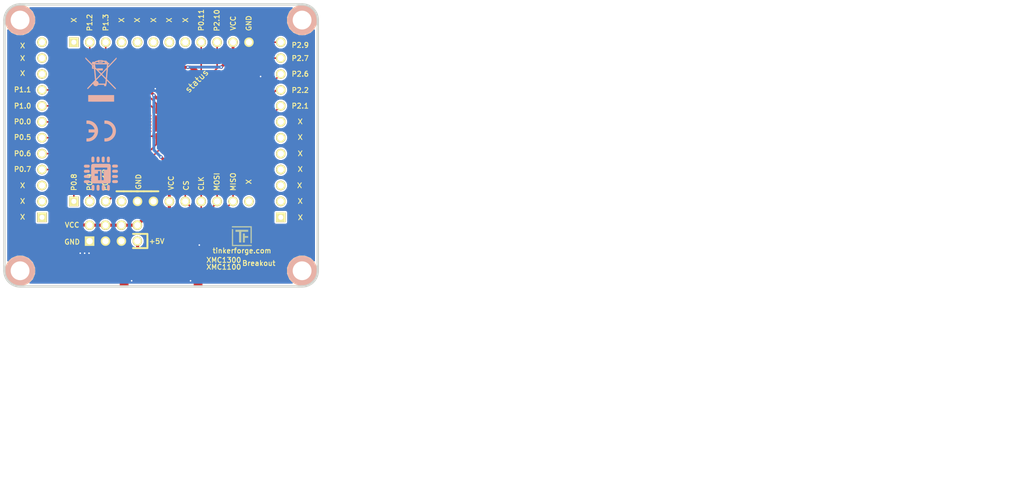
<source format=kicad_pcb>
(kicad_pcb (version 4) (host pcbnew 4.0.2+dfsg1-stable)
  (title_block (title "XMC1400 Breakout Board") (date 2017-02-07) (rev 1.0) (company "Tinkerforge GmbH") (comment 1 "Licensed under CERN OHL v.1.1") (comment 2 "Copyright (©) 2017, B.Nordmeyer <bastian@tinkerforge.com>"))
  (layers (0 Vorderseite signal) (31 Rückseite signal hide) (34 B.Paste user) (35 F.Paste user) (36 B.SilkS user) (37 F.SilkS user) (38 B.Mask user) (39 F.Mask user) (44 Edge.Cuts user))
  (net 0 "")
  (net 1 GND)
  (net 2 VCC)
  (net 3 "Net-(D3-Pad2)")
  (net 4 S-MISO)
  (net 5 S-MOSI)
  (net 6 S-CLK)
  (net 7 S-CS)
  (net 8 Pin13)
  (net 9 Pin14)
  (net 10 Pin15)
  (net 11 Pin16)
  (net 12 Pin21)
  (net 13 Pin22)
  (net 14 Pin1)
  (net 15 Pin12)
  (net 16 Pin11)
  (net 17 Pin10)
  (net 18 Pin9)
  (net 19 Pin8)
  (net 20 Pin7)
  (net 21 Pin6)
  (net 22 Pin5)
  (net 23 Pin4)
  (net 24 Pin3)
  (net 25 Pin2)
  (net 26 Pin48)
  (net 27 Pin39)
  (net 28 Pin40)
  (net 29 Pin43)
  (net 30 Pin44)
  (net 31 Pin45)
  (net 32 Pin46)
  (net 33 Pin47)
  (net 34 Pin41)
  (net 35 Pin42)
  (net 36 Pin29)
  (net 37 Pin30)
  (net 38 Pin31)
  (net 39 Pin32)
  (net 40 Pin33)
  (net 41 Pin34)
  (net 42 Pin35)
  (net 43 Pin36)
  (net 44 Pin26)
  (net 45 +5V)
  (net 46 "Net-(C3-Pad2)")
  (net 47 "Net-(P1-Pad4)")
  (net 48 "Net-(P1-Pad5)")
  (net 49 "Net-(P1-Pad6)")
  (net 50 "Net-(P6-Pad3)")
  (net 51 "Net-(P6-Pad4)")
  (module kicad-libraries:SolderJumper (layer Vorderseite) (at 161.175 95.675 270)
    (fp_text reference P2)
    (fp_text value BOOT)
    (pad 2 smd rect (at 0.55 0 270) (size 0.3 1.4) (layers Vorderseite F.Mask) (net 41 Pin34))
    (pad 2 smd rect (at 0.15 0 270) (size 0.6 0.5) (layers Vorderseite F.Mask) (net 41 Pin34))
    (pad 1 smd rect (at -0.5 0 270) (size 0.4 1.4) (layers Vorderseite F.Mask) (net 1 GND))
    (pad 1 smd rect (at -0.225 0.55 270) (size 0.95 0.3) (layers Vorderseite F.Mask) (net 1 GND))
    (pad 1 smd rect (at -0.225 -0.55 270) (size 0.95 0.3) (layers Vorderseite F.Mask) (net 1 GND))
  )
  (module kicad-libraries:Logo_CoMCU (layer Rückseite) (at 135.7 110.1 180)
    (fp_text reference G*** hide)
    (fp_text value LOGO hide)
  )
  (module kicad-libraries:Fiducial_Mark (layer Vorderseite) (at 131 93)
    (fp_text reference Fiducial_Mark hide)
    (fp_text value VAL** hide)
    (pad 1 smd circle (at 0 0) (size 1.00076 1.00076) (layers Vorderseite F.Paste F.Mask) (clearance 0.65024))
  )
  (module kicad-libraries:Fiducial_Mark (layer Vorderseite) (at 163 86)
    (fp_text reference Fiducial_Mark hide)
    (fp_text value VAL** hide)
    (pad 1 smd circle (at 0 0) (size 1.00076 1.00076) (layers Vorderseite F.Paste F.Mask) (clearance 0.65024))
  )
  (module kicad-libraries:Fiducial_Mark (layer Vorderseite) (at 128 120)
    (fp_text reference Fiducial_Mark hide)
    (fp_text value VAL** hide)
    (pad 1 smd circle (at 0 0) (size 1.00076 1.00076) (layers Vorderseite F.Paste F.Mask) (clearance 0.65024))
  )
  (module kicad-libraries:CE_5mm (layer Rückseite) (at 135.7 103.3 180)
    (fp_text reference VAL hide)
    (fp_text value CE_5mm hide)
  )
  (module kicad-libraries:WEEE_7mm_back (layer Rückseite) (at 135.7 95.1)
    (fp_text reference VAL hide)
    (fp_text value WEEE_7mm_back hide)
  )
  (module kicad-libraries:Logo_31x31 (layer Vorderseite) (at 156.6 118.5)
    (fp_text reference G*** hide)
    (fp_text value Logo_31x31 hide)
  )
  (module C0603F (layer Vorderseite) (at 137.5 124.6 270)
    (fp_text reference C1)
    (fp_text value 10uF)
    (pad 1 smd rect (at -0.75 0 270) (size 0.9 0.9) (layers Vorderseite F.Paste F.Mask) (net 1 GND))
    (pad 2 smd rect (at 0.75 0 270) (size 0.9 0.9) (layers Vorderseite F.Paste F.Mask) (net 2 VCC))
  )
  (module C0603F (layer Vorderseite) (at 133.1 124.6 270)
    (fp_text reference C2)
    (fp_text value 1uF)
    (pad 1 smd rect (at -0.75 0 270) (size 0.9 0.9) (layers Vorderseite F.Paste F.Mask) (net 1 GND))
    (pad 2 smd rect (at 0.75 0 270) (size 0.9 0.9) (layers Vorderseite F.Paste F.Mask) (net 2 VCC))
  )
  (module D0603E (layer Vorderseite) (at 149.95 94.3 225)
    (fp_text reference D3)
    (fp_text value blue)
    (pad 1 smd rect (at -0.8501 0 225) (size 1.1 1) (layers Vorderseite F.Paste F.Mask) (net 2 VCC))
    (pad 2 smd rect (at 0.8501 0 225) (size 1.1 1) (layers Vorderseite F.Paste F.Mask) (net 3 "Net-(D3-Pad2)"))
  )
  (module CON-SENSOR2 (layer Vorderseite) (at 145.3 128.1)
    (fp_text reference P1)
    (fp_text value CON-SENSOR2)
    (pad 1 smd rect (at -3.75 -4.6) (size 0.6 1.8) (layers Vorderseite F.Paste F.Mask) (net 45 +5V))
    (pad 2 smd rect (at -2.5 -4.6) (size 0.6 1.8) (layers Vorderseite F.Paste F.Mask) (net 1 GND))
    (pad EP smd rect (at -5.9 -1.2) (size 1.4 2.4) (layers Vorderseite F.Paste F.Mask) (net 1 GND))
    (pad EP smd rect (at 5.9 -1.2) (size 1.4 2.4) (layers Vorderseite F.Paste F.Mask) (net 1 GND))
    (pad 3 smd rect (at -1.25 -4.6) (size 0.6 1.8) (layers Vorderseite F.Paste F.Mask) (net 2 VCC))
    (pad 4 smd rect (at 0 -4.6) (size 0.6 1.8) (layers Vorderseite F.Paste F.Mask) (net 47 "Net-(P1-Pad4)"))
    (pad 5 smd rect (at 1.25 -4.6) (size 0.6 1.8) (layers Vorderseite F.Paste F.Mask) (net 48 "Net-(P1-Pad5)"))
    (pad 6 smd rect (at 2.5 -4.6) (size 0.6 1.8) (layers Vorderseite F.Paste F.Mask) (net 49 "Net-(P1-Pad6)"))
    (pad 7 smd rect (at 3.75 -4.6) (size 0.6 1.8) (layers Vorderseite F.Paste F.Mask) (net 46 "Net-(C3-Pad2)"))
  )
  (module R0603F (layer Vorderseite) (at 147.8 96.475 45)
    (fp_text reference R1)
    (fp_text value 1k)
    (pad 1 smd rect (at -0.75 0 45) (size 0.9 0.9) (layers Vorderseite F.Paste F.Mask) (net 28 Pin40))
    (pad 2 smd rect (at 0.75 0 45) (size 0.9 0.9) (layers Vorderseite F.Paste F.Mask) (net 3 "Net-(D3-Pad2)"))
  )
  (module DRILL_NP (layer Vorderseite) (at 122.8 85.6 270)
    (fp_text reference U2 hide)
    (fp_text value DRILL hide)
    (pad "" np_thru_hole circle (at 0 0 270) (size 2.99974 2.99974) (drill 2.99974) (layers *.Cu *.Mask F.SilkS) (clearance 0.89916))
  )
  (module DRILL_NP (layer Vorderseite) (at 122.8 125.6 90)
    (fp_text reference U3 hide)
    (fp_text value DRILL hide)
    (pad "" np_thru_hole circle (at 0 0 90) (size 2.99974 2.99974) (drill 2.99974) (layers *.Cu *.Mask F.SilkS) (clearance 0.89916))
  )
  (module DRILL_NP (layer Vorderseite) (at 167.8 125.6 90)
    (fp_text reference U4 hide)
    (fp_text value DRILL hide)
    (pad "" np_thru_hole circle (at 0 0 90) (size 2.99974 2.99974) (drill 2.99974) (layers *.Cu *.Mask F.SilkS) (clearance 0.89916))
  )
  (module DRILL_NP (layer Vorderseite) (at 167.8 85.6)
    (fp_text reference U5 hide)
    (fp_text value DRILL hide)
    (pad "" np_thru_hole circle (at 0 0) (size 2.99974 2.99974) (drill 2.99974) (layers *.Cu *.Mask F.SilkS) (clearance 0.89916))
  )
  (module kicad-libraries:pin_array_12 (layer Vorderseite) (at 145.35 89.13)
    (fp_text reference P3)
    (fp_text value CONN_01X12)
    (pad 1 thru_hole rect (at -13.97 0) (size 1.524 1.524) (drill 0.8128) (layers *.Cu *.Mask F.SilkS) (net 26 Pin48))
    (pad 2 thru_hole circle (at -11.43 0) (size 1.524 1.524) (drill 1.016) (layers *.Cu *.Mask F.SilkS) (net 33 Pin47))
    (pad 3 thru_hole circle (at -8.89 0) (size 1.524 1.524) (drill 1.016) (layers *.Cu *.Mask F.SilkS) (net 32 Pin46))
    (pad 4 thru_hole circle (at -6.35 0) (size 1.524 1.524) (drill 1.016) (layers *.Cu *.Mask F.SilkS) (net 31 Pin45))
    (pad 5 thru_hole circle (at -3.81 0) (size 1.524 1.524) (drill 1.016) (layers *.Cu *.Mask F.SilkS) (net 30 Pin44))
    (pad 6 thru_hole circle (at -1.27 0) (size 1.524 1.524) (drill 1.016) (layers *.Cu *.Mask F.SilkS) (net 29 Pin43))
    (pad 7 thru_hole circle (at 1.27 0) (size 1.524 1.524) (drill 1.016) (layers *.Cu *.Mask F.SilkS) (net 35 Pin42))
    (pad 8 thru_hole circle (at 3.81 0) (size 1.524 1.524) (drill 1.016) (layers *.Cu *.Mask F.SilkS) (net 34 Pin41))
    (pad 9 thru_hole circle (at 6.35 0) (size 1.524 1.524) (drill 1.016) (layers *.Cu *.Mask F.SilkS) (net 28 Pin40))
    (pad 10 thru_hole circle (at 8.89 0) (size 1.524 1.524) (drill 1.016) (layers *.Cu *.Mask F.SilkS) (net 27 Pin39))
    (pad 11 thru_hole circle (at 11.43 0) (size 1.524 1.524) (drill 1.016) (layers *.Cu *.Mask F.SilkS) (net 2 VCC))
    (pad 12 thru_hole circle (at 13.97 0) (size 1.524 1.524) (drill 1.016) (layers *.Cu *.Mask F.SilkS) (net 1 GND))
  )
  (module kicad-libraries:pin_array_12 (layer Vorderseite) (at 126.3 103.1 90)
    (fp_text reference P4)
    (fp_text value CONN_01X12)
    (pad 1 thru_hole rect (at -13.97 0 90) (size 1.524 1.524) (drill 0.8128) (layers *.Cu *.Mask F.SilkS) (net 15 Pin12))
    (pad 2 thru_hole circle (at -11.43 0 90) (size 1.524 1.524) (drill 1.016) (layers *.Cu *.Mask F.SilkS) (net 16 Pin11))
    (pad 3 thru_hole circle (at -8.89 0 90) (size 1.524 1.524) (drill 1.016) (layers *.Cu *.Mask F.SilkS) (net 17 Pin10))
    (pad 4 thru_hole circle (at -6.35 0 90) (size 1.524 1.524) (drill 1.016) (layers *.Cu *.Mask F.SilkS) (net 18 Pin9))
    (pad 5 thru_hole circle (at -3.81 0 90) (size 1.524 1.524) (drill 1.016) (layers *.Cu *.Mask F.SilkS) (net 19 Pin8))
    (pad 6 thru_hole circle (at -1.27 0 90) (size 1.524 1.524) (drill 1.016) (layers *.Cu *.Mask F.SilkS) (net 20 Pin7))
    (pad 7 thru_hole circle (at 1.27 0 90) (size 1.524 1.524) (drill 1.016) (layers *.Cu *.Mask F.SilkS) (net 21 Pin6))
    (pad 8 thru_hole circle (at 3.81 0 90) (size 1.524 1.524) (drill 1.016) (layers *.Cu *.Mask F.SilkS) (net 22 Pin5))
    (pad 9 thru_hole circle (at 6.35 0 90) (size 1.524 1.524) (drill 1.016) (layers *.Cu *.Mask F.SilkS) (net 23 Pin4))
    (pad 10 thru_hole circle (at 8.89 0 90) (size 1.524 1.524) (drill 1.016) (layers *.Cu *.Mask F.SilkS) (net 24 Pin3))
    (pad 11 thru_hole circle (at 11.43 0 90) (size 1.524 1.524) (drill 1.016) (layers *.Cu *.Mask F.SilkS) (net 25 Pin2))
    (pad 12 thru_hole circle (at 13.97 0 90) (size 1.524 1.524) (drill 1.016) (layers *.Cu *.Mask F.SilkS) (net 14 Pin1))
  )
  (module kicad-libraries:pin_array_12 (layer Vorderseite) (at 145.35 114.53)
    (fp_text reference P5)
    (fp_text value CONN_01X12)
    (pad 1 thru_hole rect (at -13.97 0) (size 1.524 1.524) (drill 0.8128) (layers *.Cu *.Mask F.SilkS) (net 8 Pin13))
    (pad 2 thru_hole circle (at -11.43 0) (size 1.524 1.524) (drill 1.016) (layers *.Cu *.Mask F.SilkS) (net 9 Pin14))
    (pad 3 thru_hole circle (at -8.89 0) (size 1.524 1.524) (drill 1.016) (layers *.Cu *.Mask F.SilkS) (net 10 Pin15))
    (pad 4 thru_hole circle (at -6.35 0) (size 1.524 1.524) (drill 1.016) (layers *.Cu *.Mask F.SilkS) (net 11 Pin16))
    (pad 5 thru_hole circle (at -3.81 0) (size 1.524 1.524) (drill 1.016) (layers *.Cu *.Mask F.SilkS) (net 1 GND))
    (pad 6 thru_hole circle (at -1.27 0) (size 1.524 1.524) (drill 1.016) (layers *.Cu *.Mask F.SilkS) (net 1 GND))
    (pad 7 thru_hole circle (at 1.27 0) (size 1.524 1.524) (drill 1.016) (layers *.Cu *.Mask F.SilkS) (net 2 VCC))
    (pad 8 thru_hole circle (at 3.81 0) (size 1.524 1.524) (drill 1.016) (layers *.Cu *.Mask F.SilkS) (net 7 S-CS))
    (pad 9 thru_hole circle (at 6.35 0) (size 1.524 1.524) (drill 1.016) (layers *.Cu *.Mask F.SilkS) (net 6 S-CLK))
    (pad 10 thru_hole circle (at 8.89 0) (size 1.524 1.524) (drill 1.016) (layers *.Cu *.Mask F.SilkS) (net 5 S-MOSI))
    (pad 11 thru_hole circle (at 11.43 0) (size 1.524 1.524) (drill 1.016) (layers *.Cu *.Mask F.SilkS) (net 4 S-MISO))
    (pad 12 thru_hole circle (at 13.97 0) (size 1.524 1.524) (drill 1.016) (layers *.Cu *.Mask F.SilkS) (net 12 Pin21))
  )
  (module kicad-libraries:pin_array_12 (layer Vorderseite) (at 164.4 103.1 90)
    (fp_text reference P6)
    (fp_text value CONN_01X12)
    (pad 1 thru_hole rect (at -13.97 0 90) (size 1.524 1.524) (drill 0.8128) (layers *.Cu *.Mask F.SilkS) (net 13 Pin22))
    (pad 2 thru_hole circle (at -11.43 0 90) (size 1.524 1.524) (drill 1.016) (layers *.Cu *.Mask F.SilkS) (net 44 Pin26))
    (pad 3 thru_hole circle (at -8.89 0 90) (size 1.524 1.524) (drill 1.016) (layers *.Cu *.Mask F.SilkS) (net 50 "Net-(P6-Pad3)"))
    (pad 4 thru_hole circle (at -6.35 0 90) (size 1.524 1.524) (drill 1.016) (layers *.Cu *.Mask F.SilkS) (net 51 "Net-(P6-Pad4)"))
    (pad 5 thru_hole circle (at -3.81 0 90) (size 1.524 1.524) (drill 1.016) (layers *.Cu *.Mask F.SilkS) (net 36 Pin29))
    (pad 6 thru_hole circle (at -1.27 0 90) (size 1.524 1.524) (drill 1.016) (layers *.Cu *.Mask F.SilkS) (net 37 Pin30))
    (pad 7 thru_hole circle (at 1.27 0 90) (size 1.524 1.524) (drill 1.016) (layers *.Cu *.Mask F.SilkS) (net 38 Pin31))
    (pad 8 thru_hole circle (at 3.81 0 90) (size 1.524 1.524) (drill 1.016) (layers *.Cu *.Mask F.SilkS) (net 39 Pin32))
    (pad 9 thru_hole circle (at 6.35 0 90) (size 1.524 1.524) (drill 1.016) (layers *.Cu *.Mask F.SilkS) (net 40 Pin33))
    (pad 10 thru_hole circle (at 8.89 0 90) (size 1.524 1.524) (drill 1.016) (layers *.Cu *.Mask F.SilkS) (net 41 Pin34))
    (pad 11 thru_hole circle (at 11.43 0 90) (size 1.524 1.524) (drill 1.016) (layers *.Cu *.Mask F.SilkS) (net 42 Pin35))
    (pad 12 thru_hole circle (at 13.97 0 90) (size 1.524 1.524) (drill 1.016) (layers *.Cu *.Mask F.SilkS) (net 43 Pin36))
  )
  (module kicad-libraries:pin_array_4x2 (layer Vorderseite) (at 137.7 119.6)
    (fp_text reference P7)
    (fp_text value CONN_02X04 hide)
    (pad 1 thru_hole rect (at -3.81 1.27) (size 1.524 1.524) (drill 1.016) (layers *.Cu *.Mask F.SilkS) (net 1 GND))
    (pad 2 thru_hole circle (at -3.81 -1.27) (size 1.524 1.524) (drill 1.016) (layers *.Cu *.Mask F.SilkS) (net 2 VCC))
    (pad 3 thru_hole circle (at -1.27 1.27) (size 1.524 1.524) (drill 1.016) (layers *.Cu *.Mask F.SilkS) (net 1 GND))
    (pad 4 thru_hole circle (at -1.27 -1.27) (size 1.524 1.524) (drill 1.016) (layers *.Cu *.Mask F.SilkS) (net 2 VCC))
    (pad 5 thru_hole circle (at 1.27 1.27) (size 1.524 1.524) (drill 1.016) (layers *.Cu *.Mask F.SilkS) (net 1 GND))
    (pad 6 thru_hole circle (at 1.27 -1.27) (size 1.524 1.524) (drill 1.016) (layers *.Cu *.Mask F.SilkS) (net 2 VCC))
    (pad 7 thru_hole circle (at 3.81 1.27) (size 1.524 1.524) (drill 1.016) (layers *.Cu *.Mask F.SilkS) (net 45 +5V))
    (pad 8 thru_hole circle (at 3.81 -1.27) (size 1.524 1.524) (drill 1.016) (layers *.Cu *.Mask F.SilkS) (net 2 VCC))
  )
  (module C0603F (layer Vorderseite) (at 149.8 121.5 180)
    (fp_text reference C3)
    (fp_text value 220pF)
    (pad 1 smd rect (at -0.75 0 180) (size 0.9 0.9) (layers Vorderseite F.Paste F.Mask) (net 1 GND))
    (pad 2 smd rect (at 0.75 0 180) (size 0.9 0.9) (layers Vorderseite F.Paste F.Mask) (net 46 "Net-(C3-Pad2)"))
  )
  (module 4X0402 (layer Vorderseite) (at 149.6 119 135)
    (fp_text reference RP1)
    (fp_text value 82)
    (pad 1 smd rect (at -0.7493 0.575 315) (size 0.29972 0.65) (layers Vorderseite F.Paste F.Mask) (net 4 S-MISO))
    (pad 2 smd rect (at -0.24892 0.575 315) (size 0.29972 0.65) (layers Vorderseite F.Paste F.Mask) (net 5 S-MOSI))
    (pad 3 smd rect (at 0.24892 0.575 315) (size 0.29972 0.65) (layers Vorderseite F.Paste F.Mask) (net 6 S-CLK))
    (pad 4 smd rect (at 0.7493 0.575 315) (size 0.29972 0.65) (layers Vorderseite F.Paste F.Mask) (net 7 S-CS))
    (pad 5 smd rect (at 0.7493 -0.575 135) (size 0.29972 0.65) (layers Vorderseite F.Paste F.Mask) (net 47 "Net-(P1-Pad4)"))
    (pad 6 smd rect (at 0.24892 -0.575 135) (size 0.29972 0.65) (layers Vorderseite F.Paste F.Mask) (net 48 "Net-(P1-Pad5)"))
    (pad 7 smd rect (at -0.24892 -0.575 135) (size 0.29972 0.65) (layers Vorderseite F.Paste F.Mask) (net 49 "Net-(P1-Pad6)"))
    (pad 8 smd rect (at -0.7493 -0.575 135) (size 0.29972 0.65) (layers Vorderseite F.Paste F.Mask) (net 46 "Net-(C3-Pad2)"))
  )
  (module kicad-libraries:QFN24-4x4mm-0.5mm (layer Vorderseite) (at 145.3 102.1 180)
    (fp_text reference U1)
    (fp_text value XMC1XXX24)
    (pad 1 smd oval (at -2.025 -1.25 180) (size 1 0.3) (layers Vorderseite F.Paste F.Mask) (net 4 S-MISO))
    (pad 2 smd oval (at -2.025 -0.75 180) (size 1 0.3) (layers Vorderseite F.Paste F.Mask) (net 39 Pin32))
    (pad 3 smd oval (at -2.025 -0.25 180) (size 1 0.3) (layers Vorderseite F.Paste F.Mask) (net 40 Pin33))
    (pad 4 smd oval (at -2.025 0.25 180) (size 1 0.3) (layers Vorderseite F.Paste F.Mask) (net 41 Pin34))
    (pad 5 smd oval (at -2.025 0.75 180) (size 1 0.3) (layers Vorderseite F.Paste F.Mask) (net 42 Pin35))
    (pad 6 smd oval (at -2.025 1.25 180) (size 1 0.3) (layers Vorderseite F.Paste F.Mask) (net 43 Pin36))
    (pad 7 smd oval (at -1.25 2.025 270) (size 1 0.3) (layers Vorderseite F.Paste F.Mask) (net 27 Pin39))
    (pad 8 smd oval (at -0.75 2.025 270) (size 1 0.3) (layers Vorderseite F.Paste F.Mask) (net 28 Pin40))
    (pad 9 smd oval (at -0.25 2.025 270) (size 1 0.3) (layers Vorderseite F.Paste F.Mask) (net 1 GND))
    (pad 10 smd oval (at 0.25 2.025 270) (size 1 0.3) (layers Vorderseite F.Paste F.Mask) (net 2 VCC))
    (pad 11 smd oval (at 0.75 2.025 270) (size 1 0.3) (layers Vorderseite F.Paste F.Mask) (net 32 Pin46))
    (pad 12 smd oval (at 1.25 2.025 270) (size 1 0.3) (layers Vorderseite F.Paste F.Mask) (net 33 Pin47))
    (pad 13 smd oval (at 2.025 1.25 180) (size 1 0.3) (layers Vorderseite F.Paste F.Mask) (net 23 Pin4))
    (pad 14 smd oval (at 2.025 0.75 180) (size 1 0.3) (layers Vorderseite F.Paste F.Mask) (net 22 Pin5))
    (pad 15 smd oval (at 2.025 0.25 180) (size 1 0.3) (layers Vorderseite F.Paste F.Mask) (net 21 Pin6))
    (pad 16 smd oval (at 2.025 -0.25 180) (size 1 0.3) (layers Vorderseite F.Paste F.Mask) (net 20 Pin7))
    (pad 17 smd oval (at 2.025 -0.75 180) (size 1 0.3) (layers Vorderseite F.Paste F.Mask) (net 19 Pin8))
    (pad 18 smd oval (at 2.025 -1.25 180) (size 1 0.3) (layers Vorderseite F.Paste F.Mask) (net 18 Pin9))
    (pad 19 smd oval (at 1.25 -2.025 270) (size 1 0.3) (layers Vorderseite F.Paste F.Mask) (net 8 Pin13))
    (pad 20 smd oval (at 0.75 -2.025 270) (size 1 0.3) (layers Vorderseite F.Paste F.Mask) (net 9 Pin14))
    (pad 21 smd oval (at 0.25 -2.025 270) (size 1 0.3) (layers Vorderseite F.Paste F.Mask) (net 10 Pin15))
    (pad 22 smd oval (at -0.25 -2.025 270) (size 1 0.3) (layers Vorderseite F.Paste F.Mask) (net 7 S-CS))
    (pad 23 smd oval (at -0.75 -2.025 270) (size 1 0.3) (layers Vorderseite F.Paste F.Mask) (net 6 S-CLK))
    (pad 24 smd oval (at -1.25 -2.025 270) (size 1 0.3) (layers Vorderseite F.Paste F.Mask) (net 5 S-MOSI))
    (pad EXP smd rect (at 0.65 0.65 180) (size 1.3 1.3) (layers Vorderseite F.Paste F.Mask) (net 1 GND))
    (pad EXP smd rect (at 0.65 -0.65 180) (size 1.3 1.3) (layers Vorderseite F.Paste F.Mask) (net 1 GND))
    (pad EXP smd rect (at -0.65 0.65 180) (size 1.3 1.3) (layers Vorderseite F.Paste F.Mask) (net 1 GND))
    (pad EXP smd rect (at -0.65 -0.65 180) (size 1.3 1.3) (layers Vorderseite F.Paste F.Mask) (net 1 GND))
  )
  (module C0603F (layer Vorderseite) (at 145.3 97.3 90)
    (fp_text reference C4)
    (fp_text value 100nF)
    (pad 1 smd rect (at -0.75 0 90) (size 0.9 0.9) (layers Vorderseite F.Paste F.Mask) (net 2 VCC))
    (pad 2 smd rect (at 0.75 0 90) (size 0.9 0.9) (layers Vorderseite F.Paste F.Mask) (net 1 GND))
  )
  (gr_text status (at 150.99 95.31 45) (layer F.SilkS) (effects (font (size 1 1))))
  (gr_text ___ (at 139.925 111.8) (layer F.SilkS) (effects (font (size 2.032 1.524) (thickness 0.3048))))
  (gr_text P1.3 (at 136.475 86 90) (layer F.SilkS) (effects (font (size 0.8 0.8))))
  (gr_text P0.11 (at 151.7 85.6 90) (layer F.SilkS) (effects (font (size 0.8 0.8))))
  (gr_text "Breakout\n" (at 160.9 124.4) (layer F.SilkS) (effects (font (size 0.8 0.8))))
  (gr_text "XMC1100\n" (at 155.3 125) (layer F.SilkS) (effects (font (size 0.8 0.8))))
  (gr_text _ (at 141.4 123.1 180) (layer F.SilkS) (effects (font (size 2.032 1.524) (thickness 0.3048))))
  (gr_text _ (at 141.4 118.6) (layer F.SilkS) (effects (font (size 2.032 1.524) (thickness 0.3048))))
  (gr_text _ (at 142.5 118.6) (layer F.SilkS) (effects (font (size 2.032 1.524) (thickness 0.3048))))
  (gr_text _ (at 142 121.4 90) (layer F.SilkS) (effects (font (size 2.032 1.524) (thickness 0.3048))))
  (gr_text _ (at 142.5 123.1 180) (layer F.SilkS) (effects (font (size 2.032 1.524) (thickness 0.3048))))
  (gr_text _ (at 142 120.3 90) (layer F.SilkS) (effects (font (size 2.032 1.524) (thickness 0.3048))))
  (gr_text _ (at 142 121.1 90) (layer F.SilkS) (effects (font (size 2.032 1.524) (thickness 0.3048))))
  (gr_text +5V (at 144.6 120.9) (layer F.SilkS) (effects (font (size 0.8 0.8))))
  (gr_text VCC (at 131.1 118.3) (layer F.SilkS) (effects (font (size 0.8 0.8))))
  (gr_text "GND\n" (at 131.1 121) (layer F.SilkS) (effects (font (size 0.8 0.8))))
  (gr_text ___ (at 143.125 111.8) (layer F.SilkS) (effects (font (size 2.032 1.524) (thickness 0.3048))))
  (gr_line (start 170.3 85.6) (end 170.3 125.6) (angle 90) (layer Edge.Cuts) (width 0.381))
  (gr_line (start 120.3 125.6) (end 120.3 85.6) (angle 90) (layer Edge.Cuts) (width 0.381))
  (gr_text X (at 167.525 117.1) (layer F.SilkS) (effects (font (size 0.8 0.8))))
  (gr_text X (at 167.5 114.5) (layer F.SilkS) (effects (font (size 0.8 0.8))))
  (gr_text X (at 167.5 109.4) (layer F.SilkS) (effects (font (size 0.8 0.8))))
  (gr_text X (at 167.5 106.9) (layer F.SilkS) (effects (font (size 0.8 0.8))))
  (gr_text X (at 167.5 104.3) (layer F.SilkS) (effects (font (size 0.8 0.8))))
  (gr_text X (at 167.5 101.8) (layer F.SilkS) (effects (font (size 0.8 0.8))))
  (gr_text P2.1 (at 167.5 99.3) (layer F.SilkS) (effects (font (size 0.8 0.8))))
  (gr_text P2.2 (at 167.5 96.8) (layer F.SilkS) (effects (font (size 0.8 0.8))))
  (gr_text "P2.6\n" (at 167.5 94.2) (layer F.SilkS) (effects (font (size 0.8 0.8))))
  (gr_text P2.7 (at 167.5 91.7) (layer F.SilkS) (effects (font (size 0.8 0.8))))
  (gr_text P2.9 (at 167.5 89.6) (layer F.SilkS) (effects (font (size 0.8 0.8))))
  (gr_text X (at 123.2 117.025) (layer F.SilkS) (effects (font (size 0.8 0.8))))
  (gr_text X (at 123.2 114.5) (layer F.SilkS) (effects (font (size 0.8 0.8))))
  (gr_text X (at 123.2 112) (layer F.SilkS) (effects (font (size 0.8 0.8))))
  (gr_text P0.7 (at 123.2 109.4) (layer F.SilkS) (effects (font (size 0.8 0.8))))
  (gr_text P0.6 (at 123.2 106.9) (layer F.SilkS) (effects (font (size 0.8 0.8))))
  (gr_text P0.5 (at 123.2 104.3) (layer F.SilkS) (effects (font (size 0.8 0.8))))
  (gr_text P0.0 (at 123.2 101.8) (layer F.SilkS) (effects (font (size 0.8 0.8))))
  (gr_text P1.0 (at 123.2 99.3) (layer F.SilkS) (effects (font (size 0.8 0.8))))
  (gr_text P1.1 (at 123.2 96.7) (layer F.SilkS) (effects (font (size 0.8 0.8))))
  (gr_text X (at 123.2 94.1) (layer F.SilkS) (effects (font (size 0.8 0.8))))
  (gr_text X (at 123.2 91.7) (layer F.SilkS) (effects (font (size 0.8 0.8))))
  (gr_text X (at 123.2 89.7) (layer F.SilkS) (effects (font (size 0.8 0.8))))
  (gr_text "P1.2\n" (at 133.9 86 90) (layer F.SilkS) (effects (font (size 0.8 0.8))))
  (gr_text X (at 131.4 85.6 90) (layer F.SilkS) (effects (font (size 0.8 0.8))))
  (gr_text X (at 139 85.6 90) (layer F.SilkS) (effects (font (size 0.8 0.8))))
  (gr_text X (at 141.5 85.6 90) (layer F.SilkS) (effects (font (size 0.8 0.8))))
  (gr_text X (at 144.1 85.6 90) (layer F.SilkS) (effects (font (size 0.8 0.8))))
  (gr_text X (at 146.6 85.6 90) (layer F.SilkS) (effects (font (size 0.8 0.8))))
  (gr_text X (at 149.2 85.6 90) (layer F.SilkS) (effects (font (size 0.8 0.8))))
  (gr_text P2.10 (at 154.2 85.65 90) (layer F.SilkS) (effects (font (size 0.8 0.8))))
  (gr_text "P0.8\n" (at 131.4 111.475 90) (layer F.SilkS) (effects (font (size 0.8 0.8))))
  (gr_text P0.9 (at 133.9 111.475 90) (layer F.SilkS) (effects (font (size 0.8 0.8))))
  (gr_text P0.12 (at 136.4 111.1 90) (layer F.SilkS) (effects (font (size 0.8 0.8))))
  (gr_text X (at 159.3 111.4 90) (layer F.SilkS) (effects (font (size 0.8 0.8))))
  (gr_text MISO (at 156.8 111.4 90) (layer F.SilkS) (effects (font (size 0.8 0.8))))
  (gr_text MOSI (at 154.2 111.4 90) (layer F.SilkS) (effects (font (size 0.8 0.8))))
  (gr_text CLK (at 151.7 111.7 90) (layer F.SilkS) (effects (font (size 0.8 0.8))))
  (gr_text CS (at 149.3 112 90) (layer F.SilkS) (effects (font (size 0.8 0.8))))
  (gr_text VCC (at 146.9 111.6 90) (layer F.SilkS) (effects (font (size 0.8 0.8))))
  (gr_text "GND\n" (at 159.3 86.1 90) (layer F.SilkS) (effects (font (size 0.8 0.8))))
  (gr_text VCC (at 156.8 86.1 90) (layer F.SilkS) (effects (font (size 0.8 0.8))))
  (gr_text X (at 167.4 112) (layer F.SilkS) (effects (font (size 0.8 0.8))))
  (gr_text "GND\n" (at 141.7 111.4 90) (layer F.SilkS) (effects (font (size 0.8 0.8))))
  (gr_text "XMC1300\n" (at 155.3 123.9) (layer F.SilkS) (effects (font (size 0.8 0.8))))
  (gr_arc (start 167.8 85.6) (end 167.8 83.1) (angle 90) (layer Edge.Cuts) (width 0.381))
  (gr_line (start 122.8 83.1) (end 167.8 83.1) (angle 90) (layer Edge.Cuts) (width 0.381))
  (gr_arc (start 167.8 125.6) (end 170.3 125.6) (angle 90) (layer Edge.Cuts) (width 0.381))
  (gr_line (start 167.8 128.1) (end 122.8 128.1) (angle 90) (layer Edge.Cuts) (width 0.381))
  (gr_arc (start 122.8 125.6) (end 122.8 128.1) (angle 90) (layer Edge.Cuts) (width 0.381))
  (gr_arc (start 122.8 85.6) (end 120.3 85.6) (angle 90) (layer Edge.Cuts) (width 0.381))
  (gr_text tinkerforge.com (at 158.2 122.4) (layer F.SilkS) (effects (font (size 0.8001 0.8001) (thickness 0.14986))))
  (segment (start 161.18 95.18) (end 161.175 95.175) (width 0.2) (layer Vorderseite) (net 1))
  (segment (start 161.71 95.18) (end 161.18 95.18) (width 0.2) (layer Vorderseite) (net 1))
  (segment (start 161.725 95.195) (end 161.71 95.18) (width 0.2) (layer Vorderseite) (net 1))
  (segment (start 161.725 95.45) (end 161.725 95.195) (width 0.2) (layer Vorderseite) (net 1))
  (segment (start 160.625 95.45) (end 160.625 95.215) (width 0.2) (layer Vorderseite) (net 1))
  (segment (start 160.625 95.215) (end 160.65 95.19) (width 0.2) (layer Vorderseite) (net 1))
  (segment (start 160.65 95.19) (end 161.19 95.19) (width 0.2) (layer Vorderseite) (net 1))
  (segment (start 161.19 95.19) (end 161.175 95.175) (width 0.2) (layer Vorderseite) (net 1))
  (segment (start 161.175 95.175) (end 161.175 94.6) (width 0.29972) (layer Vorderseite) (net 1))
  (via (at 161.175 94.6) (size 0.55) (drill 0.25) (layers Vorderseite Rückseite) (net 1))
  (segment (start 145.3 96.55) (end 144.375 96.55) (width 0.5) (layer Vorderseite) (net 1))
  (via (at 144.375 96.55) (size 0.55) (drill 0.25) (layers Vorderseite Rückseite) (net 1))
  (segment (start 145.55 100.075) (end 145.55 99.15) (width 0.25) (layer Vorderseite) (net 1))
  (segment (start 146.1 97.35) (end 145.3 96.55) (width 0.25) (layer Vorderseite) (net 1))
  (segment (start 146.1 98.9) (end 146.1 97.35) (width 0.25) (layer Vorderseite) (net 1))
  (segment (start 146.075 98.925) (end 146.1 98.9) (width 0.25) (layer Vorderseite) (net 1))
  (segment (start 145.775 98.925) (end 146.075 98.925) (width 0.25) (layer Vorderseite) (net 1))
  (segment (start 145.55 99.15) (end 145.775 98.925) (width 0.25) (layer Vorderseite) (net 1))
  (segment (start 150.55 121.5) (end 151.4 121.5) (width 0.5) (layer Vorderseite) (net 1))
  (via (at 151.4 121.5) (size 0.55) (drill 0.25) (layers Vorderseite Rückseite) (net 1))
  (segment (start 151.09882 127.20084) (end 150.00084 127.20084) (width 0.5) (layer Vorderseite) (net 1))
  (via (at 150 127.2) (size 0.55) (drill 0.25) (layers Vorderseite Rückseite) (net 1))
  (segment (start 150.00084 127.20084) (end 150 127.2) (width 0.5) (layer Vorderseite) (net 1))
  (segment (start 139.50118 127.20084) (end 140.59916 127.20084) (width 0.5) (layer Vorderseite) (net 1))
  (via (at 140.6 127.2) (size 0.55) (drill 0.25) (layers Vorderseite Rückseite) (net 1))
  (segment (start 140.59916 127.20084) (end 140.6 127.2) (width 0.5) (layer Vorderseite) (net 1))
  (segment (start 142.8 123.5) (end 142.8 124.7) (width 0.5) (layer Vorderseite) (net 1))
  (segment (start 139.9499 123.7499) (end 137.5 123.7499) (width 0.5) (layer Vorderseite) (net 1))
  (segment (start 141.1 124.9) (end 139.9499 123.7499) (width 0.5) (layer Vorderseite) (net 1))
  (segment (start 142.6 124.9) (end 141.1 124.9) (width 0.5) (layer Vorderseite) (net 1))
  (segment (start 142.8 124.7) (end 142.6 124.9) (width 0.5) (layer Vorderseite) (net 1))
  (segment (start 133.1 123.7499) (end 133.1 123.7) (width 0.7) (layer Vorderseite) (net 1))
  (segment (start 133.1 123.7) (end 133.8 123) (width 0.7) (layer Vorderseite) (net 1))
  (via (at 133.8 122.8) (size 0.55) (drill 0.25) (layers Vorderseite Rückseite) (net 1))
  (segment (start 133.8 123) (end 133.8 122.8) (width 0.7) (layer Vorderseite) (net 1))
  (segment (start 133.1 123.7499) (end 133.0499 123.7499) (width 0.7) (layer Vorderseite) (net 1))
  (segment (start 133.0499 123.7499) (end 132.4 123.1) (width 0.7) (layer Vorderseite) (net 1))
  (via (at 132.4 122.8) (size 0.55) (drill 0.25) (layers Vorderseite Rückseite) (net 1))
  (segment (start 132.4 123.1) (end 132.4 122.8) (width 0.7) (layer Vorderseite) (net 1))
  (segment (start 133.1 123.7499) (end 133.1 122.8) (width 0.7) (layer Vorderseite) (net 1))
  (via (at 133.1 122.8) (size 0.55) (drill 0.25) (layers Vorderseite Rückseite) (net 1))
  (segment (start 133.1 123.7499) (end 137.5 123.7499) (width 0.7) (layer Vorderseite) (net 1))
  (via (at 149.575 93.125) (size 0.55) (drill 0.25) (layers Vorderseite Rückseite) (net 2))
  (segment (start 156.78 89.13) (end 156.78 91.22) (width 0.45) (layer Vorderseite) (net 2))
  (segment (start 154.9 93.1) (end 156.78 91.22) (width 0.45) (layer Vorderseite) (net 2))
  (via (at 154.9 93.1) (size 0.55) (drill 0.25) (layers Vorderseite Rückseite) (net 2))
  (segment (start 149.6 93.1) (end 154.9 93.1) (width 0.45) (layer Rückseite) (net 2))
  (segment (start 149.6 93.1) (end 149.575 93.125) (width 0.45) (layer Rückseite) (net 2))
  (segment (start 144.15 97.6) (end 144.15 97.575) (width 0.45) (layer Vorderseite) (net 2))
  (segment (start 149.977222 93.125) (end 150.551111 93.698889) (width 0.45) (layer Vorderseite) (net 2))
  (segment (start 149.175 93.125) (end 149.575 93.125) (width 0.45) (layer Vorderseite) (net 2))
  (segment (start 149.575 93.125) (end 149.977222 93.125) (width 0.45) (layer Vorderseite) (net 2))
  (segment (start 147.075 95.225) (end 149.175 93.125) (width 0.45) (layer Vorderseite) (net 2))
  (segment (start 144.2 95.225) (end 147.075 95.225) (width 0.45) (layer Vorderseite) (net 2))
  (segment (start 143.625 95.8) (end 144.2 95.225) (width 0.45) (layer Vorderseite) (net 2))
  (segment (start 143.625 97.05) (end 143.625 95.8) (width 0.45) (layer Vorderseite) (net 2))
  (segment (start 144.15 97.575) (end 143.625 97.05) (width 0.45) (layer Vorderseite) (net 2))
  (segment (start 146.62 114.53) (end 146.62 108.795) (width 0.45) (layer Vorderseite) (net 2))
  (segment (start 144.6 98.05) (end 145.3 98.05) (width 0.45) (layer Vorderseite) (net 2))
  (segment (start 144.15 97.6) (end 144.6 98.05) (width 0.45) (layer Vorderseite) (net 2))
  (via (at 144.15 97.6) (size 0.55) (drill 0.25) (layers Vorderseite Rückseite) (net 2))
  (segment (start 144.15 106.325) (end 144.15 97.6) (width 0.45) (layer Rückseite) (net 2))
  (segment (start 145.275 107.45) (end 144.15 106.325) (width 0.45) (layer Rückseite) (net 2))
  (via (at 145.275 107.45) (size 0.55) (drill 0.25) (layers Vorderseite Rückseite) (net 2))
  (segment (start 146.62 108.795) (end 145.275 107.45) (width 0.45) (layer Vorderseite) (net 2))
  (segment (start 145.05 100.075) (end 145.05 99.05) (width 0.25) (layer Vorderseite) (net 2))
  (segment (start 145.05 99.05) (end 145.3 98.8) (width 0.25) (layer Vorderseite) (net 2))
  (segment (start 145.3 98.8) (end 145.3 98.05) (width 0.25) (layer Vorderseite) (net 2))
  (segment (start 136.43 118.33) (end 138.97 118.33) (width 0.25) (layer Vorderseite) (net 2))
  (segment (start 133.1 125.35) (end 137.5 125.35) (width 0.7) (layer Vorderseite) (net 2))
  (segment (start 131.4 118.8) (end 131.9 118.3) (width 0.5) (layer Vorderseite) (net 2))
  (segment (start 131.9 118.3) (end 133.86 118.3) (width 0.5) (layer Vorderseite) (net 2))
  (segment (start 133.86 118.3) (end 133.89 118.33) (width 0.5) (layer Vorderseite) (net 2))
  (segment (start 133.89 118.33) (end 138.97 118.33) (width 0.5) (layer Vorderseite) (net 2))
  (segment (start 138.97 118.33) (end 141.51 118.33) (width 0.5) (layer Vorderseite) (net 2))
  (segment (start 141.51 118.33) (end 142.94 116.9) (width 0.5) (layer Vorderseite) (net 2))
  (segment (start 142.94 116.9) (end 145.5 116.9) (width 0.5) (layer Vorderseite) (net 2))
  (segment (start 145.5 116.9) (end 146.62 115.78) (width 0.5) (layer Vorderseite) (net 2))
  (segment (start 146.62 115.78) (end 146.62 114.53) (width 0.5) (layer Vorderseite) (net 2))
  (segment (start 131.4 119.7) (end 131.4 124.8) (width 0.5) (layer Vorderseite) (net 2))
  (segment (start 131.95 125.35) (end 131.4 124.8) (width 0.5) (layer Vorderseite) (net 2))
  (segment (start 131.95 125.35) (end 133.1 125.35) (width 0.5) (layer Vorderseite) (net 2))
  (segment (start 131.4 119.8) (end 131.4 119.7) (width 0.5) (layer Vorderseite) (net 2))
  (segment (start 131.4 119.7) (end 131.4 118.8) (width 0.5) (layer Vorderseite) (net 2))
  (segment (start 137.5 125.4501) (end 137.8499 125.4501) (width 0.5) (layer Vorderseite) (net 2))
  (segment (start 137.8499 125.4501) (end 138.040478 125.259522) (width 0.5) (layer Vorderseite) (net 2))
  (segment (start 144.05 124.85) (end 144.05 123.5) (width 0.5) (layer Vorderseite) (net 2))
  (segment (start 143.2 125.7) (end 144.05 124.85) (width 0.5) (layer Vorderseite) (net 2))
  (segment (start 140.780956 125.7) (end 143.2 125.7) (width 0.5) (layer Vorderseite) (net 2))
  (segment (start 140.340478 125.259522) (end 140.780956 125.7) (width 0.5) (layer Vorderseite) (net 2))
  (segment (start 138.040478 125.259522) (end 140.340478 125.259522) (width 0.5) (layer Vorderseite) (net 2))
  (segment (start 148.33033 95.94467) (end 148.33033 95.91967) (width 0.5) (layer Vorderseite) (net 3))
  (segment (start 148.33033 95.91967) (end 149.348889 94.901111) (width 0.5) (layer Vorderseite) (net 3))
  (segment (start 147.325 103.35) (end 148.05 103.35) (width 0.25) (layer Vorderseite) (net 4))
  (segment (start 156.78 112.08) (end 156.78 114.53) (width 0.25) (layer Vorderseite) (net 4))
  (segment (start 148.05 103.35) (end 156.78 112.08) (width 0.25) (layer Vorderseite) (net 4))
  (segment (start 150.536422 119.123249) (end 150.576751 119.123249) (width 0.25) (layer Vorderseite) (net 4))
  (segment (start 150.576751 119.123249) (end 152.8 116.9) (width 0.25) (layer Vorderseite) (net 4))
  (segment (start 152.8 116.9) (end 154.4 116.9) (width 0.25) (layer Vorderseite) (net 4))
  (segment (start 154.4 116.9) (end 156.78 114.52) (width 0.25) (layer Vorderseite) (net 4))
  (segment (start 156.78 114.52) (end 156.78 114.53) (width 0.25) (layer Vorderseite) (net 4))
  (segment (start 146.55 104.125) (end 146.55 104.55) (width 0.25) (layer Vorderseite) (net 5))
  (segment (start 146.55 104.55) (end 154.24 112.24) (width 0.25) (layer Vorderseite) (net 5))
  (segment (start 154.24 112.24) (end 154.24 114.53) (width 0.25) (layer Vorderseite) (net 5))
  (segment (start 154.24 114.53) (end 154.24 114.712026) (width 0.25) (layer Vorderseite) (net 5))
  (segment (start 154.24 114.712026) (end 150.182599 118.769427) (width 0.25) (layer Vorderseite) (net 5))
  (segment (start 146.05 104.125) (end 146.05 105.45) (width 0.25) (layer Vorderseite) (net 6))
  (segment (start 151.7 111.1) (end 151.7 114.53) (width 0.25) (layer Vorderseite) (net 6))
  (segment (start 146.05 105.45) (end 151.7 111.1) (width 0.25) (layer Vorderseite) (net 6))
  (segment (start 151.7 114.53) (end 151.7 116.547974) (width 0.25) (layer Vorderseite) (net 6))
  (segment (start 151.7 116.547974) (end 149.830573 118.417401) (width 0.25) (layer Vorderseite) (net 6))
  (segment (start 145.55 104.125) (end 145.55 106.25) (width 0.25) (layer Vorderseite) (net 7))
  (segment (start 149.16 109.86) (end 149.16 114.53) (width 0.25) (layer Vorderseite) (net 7))
  (segment (start 145.55 106.25) (end 149.16 109.86) (width 0.25) (layer Vorderseite) (net 7))
  (segment (start 149.476751 118.063578) (end 149.476751 118.023249) (width 0.25) (layer Vorderseite) (net 7))
  (segment (start 149.476751 118.023249) (end 149.9 117.6) (width 0.25) (layer Vorderseite) (net 7))
  (segment (start 149.9 117.6) (end 149.9 115.27) (width 0.25) (layer Vorderseite) (net 7))
  (segment (start 149.9 115.27) (end 149.16 114.53) (width 0.25) (layer Vorderseite) (net 7))
  (segment (start 149.16 114.53) (end 149.17 114.53) (width 0.25) (layer Vorderseite) (net 7))
  (segment (start 149.16 114.53) (end 149.16 114.04) (width 0.25) (layer Vorderseite) (net 7))
  (segment (start 144.05 104.125) (end 139.975 104.125) (width 0.25) (layer Vorderseite) (net 8))
  (segment (start 131.38 112.72) (end 131.38 114.53) (width 0.25) (layer Vorderseite) (net 8))
  (segment (start 139.975 104.125) (end 131.38 112.72) (width 0.25) (layer Vorderseite) (net 8))
  (segment (start 144.55 104.125) (end 144.55 105.425) (width 0.25) (layer Vorderseite) (net 9))
  (segment (start 133.92 113.355) (end 133.92 114.53) (width 0.25) (layer Vorderseite) (net 9))
  (segment (start 135.075 112.2) (end 133.92 113.355) (width 0.25) (layer Vorderseite) (net 9))
  (segment (start 137.775 112.2) (end 135.075 112.2) (width 0.25) (layer Vorderseite) (net 9))
  (segment (start 144.55 105.425) (end 137.775 112.2) (width 0.25) (layer Vorderseite) (net 9))
  (segment (start 145.05 104.125) (end 145.05 106.25) (width 0.25) (layer Vorderseite) (net 10))
  (segment (start 145.05 106.25) (end 136.56 114.74) (width 0.25) (layer Vorderseite) (net 10))
  (segment (start 136.46 114.49) (end 136.46 114.53) (width 0.25) (layer Vorderseite) (net 10))
  (segment (start 159.4 114.45) (end 159.32 114.53) (width 0.25) (layer Rückseite) (net 12))
  (segment (start 126.3 89.13) (end 126.345 89.13) (width 0.29972) (layer Vorderseite) (net 14))
  (segment (start 143.275 103.35) (end 138.325 103.35) (width 0.25) (layer Vorderseite) (net 18))
  (segment (start 132.225 109.45) (end 126.3 109.45) (width 0.25) (layer Vorderseite) (net 18))
  (segment (start 138.325 103.35) (end 132.225 109.45) (width 0.25) (layer Vorderseite) (net 18))
  (segment (start 143.275 102.85) (end 136.4 102.85) (width 0.25) (layer Vorderseite) (net 19))
  (segment (start 132.34 106.91) (end 126.3 106.91) (width 0.25) (layer Vorderseite) (net 19))
  (segment (start 136.4 102.85) (end 132.34 106.91) (width 0.25) (layer Vorderseite) (net 19))
  (segment (start 143.275 102.35) (end 132.975 102.35) (width 0.25) (layer Vorderseite) (net 20))
  (segment (start 130.955 104.37) (end 126.3 104.37) (width 0.25) (layer Vorderseite) (net 20))
  (segment (start 132.975 102.35) (end 130.955 104.37) (width 0.25) (layer Vorderseite) (net 20))
  (segment (start 143.275 101.85) (end 126.32 101.85) (width 0.25) (layer Vorderseite) (net 21))
  (segment (start 126.32 101.85) (end 126.3 101.83) (width 0.25) (layer Vorderseite) (net 21))
  (segment (start 143.275 101.35) (end 132.85 101.35) (width 0.25) (layer Vorderseite) (net 22))
  (segment (start 130.79 99.29) (end 126.3 99.29) (width 0.25) (layer Vorderseite) (net 22))
  (segment (start 132.85 101.35) (end 130.79 99.29) (width 0.25) (layer Vorderseite) (net 22))
  (segment (start 143.275 100.85) (end 136.225 100.85) (width 0.25) (layer Vorderseite) (net 23))
  (segment (start 132.125 96.75) (end 126.3 96.75) (width 0.25) (layer Vorderseite) (net 23))
  (segment (start 136.225 100.85) (end 132.125 96.75) (width 0.25) (layer Vorderseite) (net 23))
  (segment (start 126.3 91.67) (end 126.3 91.7) (width 0.25) (layer Vorderseite) (net 25))
  (segment (start 146.55 100.075) (end 147.45 100.075) (width 0.25) (layer Vorderseite) (net 27))
  (segment (start 154.24 93.285) (end 154.24 89.13) (width 0.25) (layer Vorderseite) (net 27))
  (segment (start 147.45 100.075) (end 154.24 93.285) (width 0.25) (layer Vorderseite) (net 27))
  (segment (start 147.26967 97.00533) (end 147.50533 97.00533) (width 0.25) (layer Vorderseite) (net 28))
  (segment (start 147.50533 97.00533) (end 148.0375 97.5375) (width 0.25) (layer Vorderseite) (net 28))
  (segment (start 146.05 100.075) (end 146.05 99.525) (width 0.25) (layer Vorderseite) (net 28))
  (segment (start 151.7 93.875) (end 151.7 89.13) (width 0.25) (layer Vorderseite) (net 28))
  (segment (start 146.05 99.525) (end 148.0375 97.5375) (width 0.25) (layer Vorderseite) (net 28))
  (segment (start 148.0375 97.5375) (end 151.7 93.875) (width 0.25) (layer Vorderseite) (net 28))
  (segment (start 144.55 100.075) (end 144.55 98.95) (width 0.25) (layer Vorderseite) (net 32))
  (segment (start 136.46 90.86) (end 136.46 89.13) (width 0.25) (layer Vorderseite) (net 32))
  (segment (start 144.55 98.95) (end 136.46 90.86) (width 0.25) (layer Vorderseite) (net 32))
  (segment (start 144.05 100.075) (end 144.05 99.65) (width 0.25) (layer Vorderseite) (net 33))
  (segment (start 144.05 99.65) (end 135.6 91.2) (width 0.25) (layer Vorderseite) (net 33))
  (segment (start 135.6 91.2) (end 134.8 91.2) (width 0.25) (layer Vorderseite) (net 33))
  (segment (start 134.8 91.2) (end 133.92 90.32) (width 0.25) (layer Vorderseite) (net 33))
  (segment (start 133.92 90.32) (end 133.92 89.13) (width 0.25) (layer Vorderseite) (net 33))
  (segment (start 147.325 102.85) (end 160.84 102.85) (width 0.25) (layer Vorderseite) (net 39))
  (segment (start 160.84 102.85) (end 164.4 99.29) (width 0.25) (layer Vorderseite) (net 39))
  (segment (start 147.325 102.35) (end 158.1 102.35) (width 0.25) (layer Vorderseite) (net 40))
  (segment (start 158.1 102.35) (end 163.7 96.75) (width 0.25) (layer Vorderseite) (net 40))
  (segment (start 163.7 96.75) (end 164.4 96.75) (width 0.25) (layer Vorderseite) (net 40))
  (segment (start 162.37 96.22) (end 162.37 96.225) (width 0.2) (layer Vorderseite) (net 41))
  (segment (start 161.25 96.22) (end 162.37 96.22) (width 0.2) (layer Vorderseite) (net 41))
  (segment (start 161.175 96.145) (end 161.25 96.22) (width 0.2) (layer Vorderseite) (net 41))
  (segment (start 161.175 95.825) (end 161.175 96.145) (width 0.2) (layer Vorderseite) (net 41))
  (segment (start 162.37 96.225) (end 162.385 96.225) (width 0.25) (layer Vorderseite) (net 41))
  (segment (start 161.175 96.225) (end 162.37 96.225) (width 0.25) (layer Vorderseite) (net 41))
  (segment (start 162.385 96.225) (end 164.4 94.21) (width 0.25) (layer Vorderseite) (net 41))
  (segment (start 147.325 101.85) (end 155.55 101.85) (width 0.25) (layer Vorderseite) (net 41))
  (segment (start 155.55 101.85) (end 161.175 96.225) (width 0.25) (layer Vorderseite) (net 41))
  (segment (start 147.325 101.35) (end 153.575 101.35) (width 0.25) (layer Vorderseite) (net 42))
  (segment (start 163.255 91.67) (end 164.4 91.67) (width 0.25) (layer Vorderseite) (net 42))
  (segment (start 153.575 101.35) (end 163.255 91.67) (width 0.25) (layer Vorderseite) (net 42))
  (segment (start 147.325 100.85) (end 151.4 100.85) (width 0.25) (layer Vorderseite) (net 43))
  (segment (start 163.12 89.13) (end 164.4 89.13) (width 0.25) (layer Vorderseite) (net 43))
  (segment (start 151.4 100.85) (end 163.12 89.13) (width 0.25) (layer Vorderseite) (net 43))
  (segment (start 141.55 123.5) (end 141.55 120.91) (width 0.5) (layer Vorderseite) (net 45))
  (segment (start 141.55 120.91) (end 141.51 120.87) (width 0.5) (layer Vorderseite) (net 45))
  (segment (start 149.05 123.5) (end 149.05 121.5) (width 0.25) (layer Vorderseite) (net 46))
  (segment (start 149.05 121.5) (end 149.05 120.609671) (width 0.25) (layer Vorderseite) (net 46))
  (segment (start 149.05 120.609671) (end 149.723249 119.936422) (width 0.25) (layer Vorderseite) (net 46))
  (segment (start 145.3 123.5) (end 145.3 122.240329) (width 0.25) (layer Vorderseite) (net 47))
  (segment (start 145.3 122.240329) (end 148.663578 118.876751) (width 0.25) (layer Vorderseite) (net 47))
  (segment (start 145.3 123.5) (end 145.3 122.6) (width 0.25) (layer Vorderseite) (net 47))
  (segment (start 146.55 123.5) (end 146.55 121.697974) (width 0.25) (layer Vorderseite) (net 48))
  (segment (start 146.55 121.697974) (end 149.017401 119.230573) (width 0.25) (layer Vorderseite) (net 48))
  (segment (start 147.8 123.5) (end 147.8 121.152026) (width 0.25) (layer Vorderseite) (net 49))
  (segment (start 147.8 121.152026) (end 149.369427 119.582599) (width 0.25) (layer Vorderseite) (net 49))
  (zone (net 1) (net_name GND) (layer Rückseite) (connect_pads yes (clearance 0.25)) (min_thickness 0.22) (fill yes (arc_segments 16) (thermal_gap 0.25) (thermal_bridge_width 0.25))
    (polygon (pts (xy 170.3 128.1) (xy 120.3 128.1) (xy 120.3 83.1) (xy 170.3 83.1) (xy 170.3 128.1)))
  )
)
</source>
